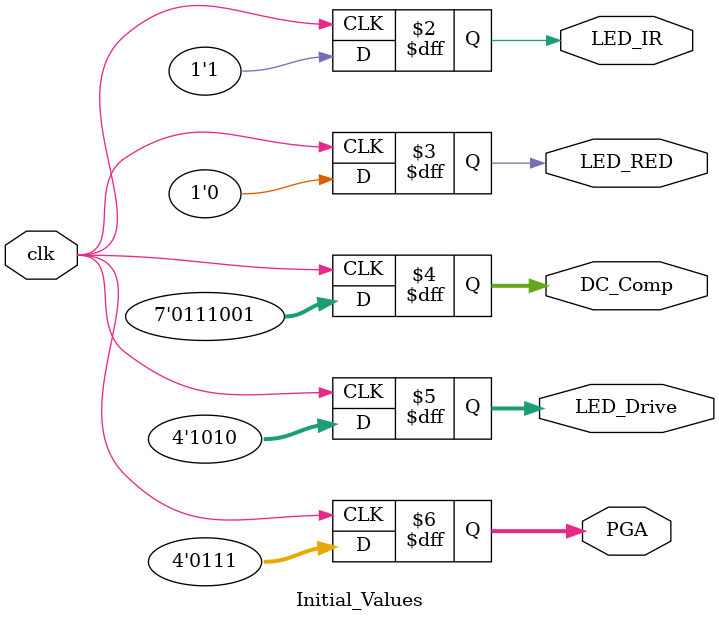
<source format=v>

module Initial_Values (clk, LED_IR, LED_RED, DC_Comp, LED_Drive, PGA);

	input clk;
	output reg LED_IR, LED_RED;
	output reg [6:0] DC_Comp;
	output reg [3:0] LED_Drive, PGA;
	
	always@(posedge clk) begin
		LED_IR <= 1;
		LED_RED <= 0;
		DC_Comp <= 57;
		LED_Drive <= 10;
		PGA <= 7;
	end

endmodule

</source>
